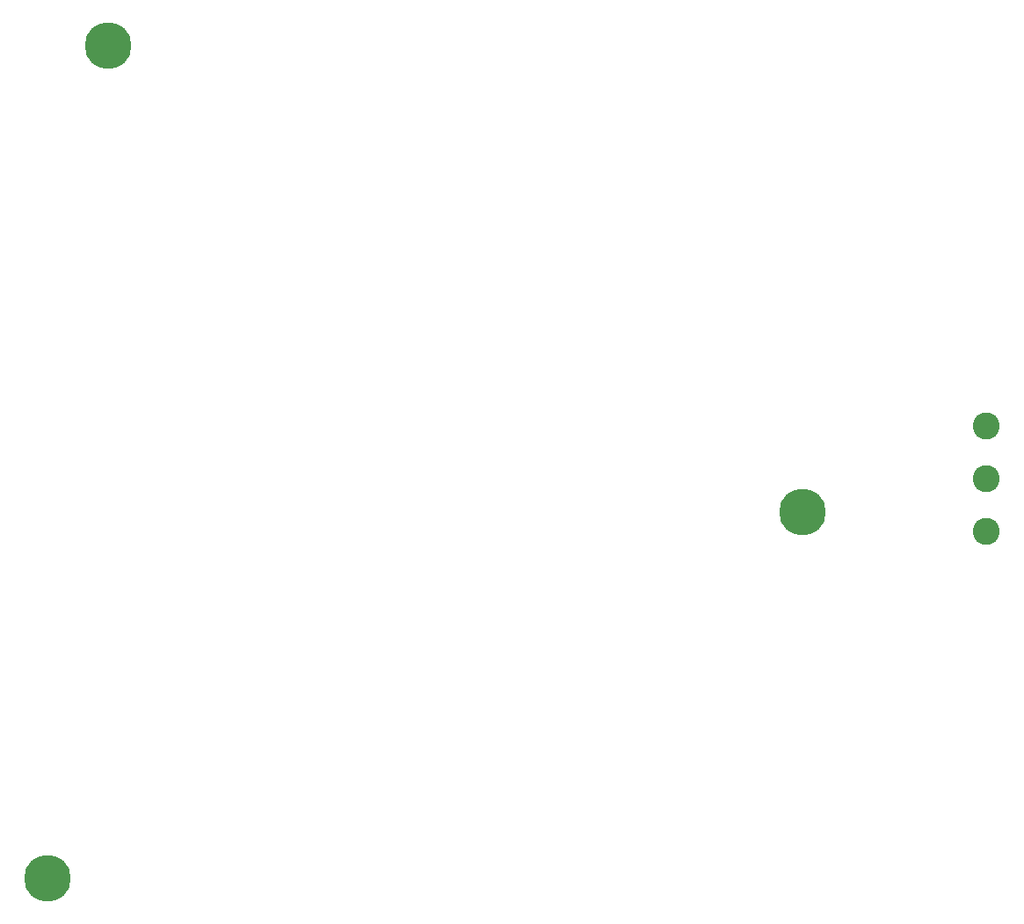
<source format=gbl>
G04 Layer_Physical_Order=2*
G04 Layer_Color=16711680*
%FSLAX44Y44*%
%MOMM*%
G71*
G01*
G75*
%ADD59C,2.6000*%
%ADD60C,4.5000*%
D59*
X642000Y-50800D02*
D03*
Y50800D02*
D03*
Y0D02*
D03*
D60*
X465064Y-32520D02*
D03*
X-261758Y-385779D02*
D03*
X-203634Y417511D02*
D03*
M02*

</source>
